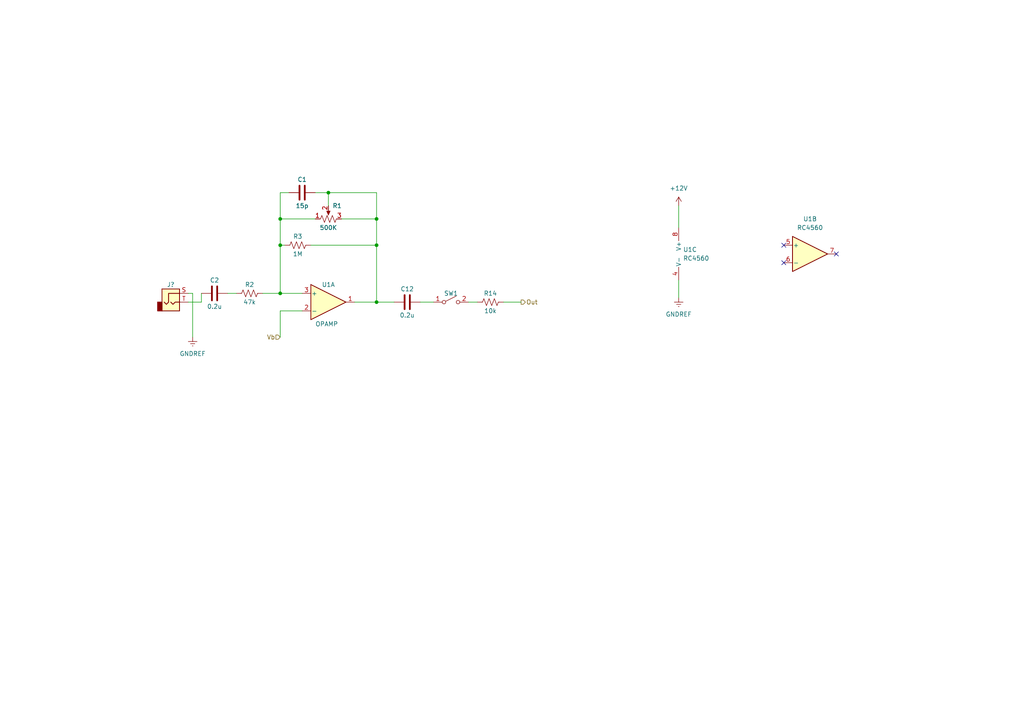
<source format=kicad_sch>
(kicad_sch (version 20211123) (generator eeschema)
  (paper "A4")
  (lib_symbols
    (symbol "Amplifier_Operational:RC4560" (pin_names (offset 0.127))
      (property "Reference" "U" (at 0 5.08 0))
      (property "Value" "RC4560" (at 0 -5.08 0))
      (symbol "RC4560_1_1"
        (polyline (pts (xy -5.08 5.08) (xy 5.08 0) (xy -5.08 -5.08) (xy -5.08 5.08)) (stroke (width 0.254)) (fill (type background)))
        (pin output line (at 7.62 0 180) (length 2.54) (name "~") (number "1"))
        (pin input line (at -7.62 -2.54 0) (length 2.54) (name "-") (number "2"))
        (pin input line (at -7.62 2.54 0) (length 2.54) (name "+") (number "3"))
      )
      (symbol "RC4560_2_1"
        (polyline (pts (xy -5.08 5.08) (xy 5.08 0) (xy -5.08 -5.08) (xy -5.08 5.08)) (stroke (width 0.254)) (fill (type background)))
        (pin input line (at -7.62 2.54 0) (length 2.54) (name "+") (number "5"))
        (pin input line (at -7.62 -2.54 0) (length 2.54) (name "-") (number "6"))
        (pin output line (at 7.62 0 180) (length 2.54) (name "~") (number "7"))
      )
      (symbol "RC4560_3_1"
        (pin power_in line (at -2.54 -7.62 90) (length 3.81) (name "V-") (number "4"))
        (pin power_in line (at -2.54 7.62 270) (length 3.81) (name "V+") (number "8"))
      )
    )
    (symbol "Connector:AudioJack2"
      (property "Reference" "J" (at 0 8.89 0))
      (property "Value" "AudioJack2" (at 0 6.35 0))
      (symbol "AudioJack2_0_1"
        (rectangle (start -3.81 0) (end -2.54 -2.54) (stroke (width 0.254)) (fill (type outline)))
        (rectangle (start -2.54 3.81) (end 2.54 -2.54) (stroke (width 0.254)) (fill (type background)))
        (polyline (pts (xy 0 0) (xy 0.635 -0.635) (xy 1.27 0) (xy 2.54 0)) (stroke (width 0.254)))
        (polyline (pts (xy 2.54 2.54) (xy -0.635 2.54) (xy -0.635 0) (xy -1.27 -0.635) (xy -1.905 0)) (stroke (width 0.254)))
      )
      (symbol "AudioJack2_1_1"
        (pin passive line (at 5.08 2.54 180) (length 2.54) (name "~") (number "S"))
        (pin passive line (at 5.08 0 180) (length 2.54) (name "~") (number "T"))
      )
    )
    (symbol "Device:C" (pin_numbers hide) (pin_names (offset 0.254))
      (property "Reference" "C" (at 0.635 2.54 0))
      (property "Value" "C" (at 0.635 -2.54 0))
      (symbol "C_0_1"
        (polyline (pts (xy -2.032 -0.762) (xy 2.032 -0.762)) (stroke (width 0.508)))
        (polyline (pts (xy -2.032 0.762) (xy 2.032 0.762)) (stroke (width 0.508)))
      )
      (symbol "C_1_1"
        (pin passive line (at 0 3.81 270) (length 2.794) (name "~") (number "1"))
        (pin passive line (at 0 -3.81 90) (length 2.794) (name "~") (number "2"))
      )
    )
    (symbol "Device:R_Potentiometer_US" (pin_names (offset 1.016) hide)
      (property "Reference" "RV" (at -4.445 0 90))
      (property "Value" "R_Potentiometer_US" (at -2.54 0 90))
      (symbol "R_Potentiometer_US_0_1"
        (polyline (pts (xy 0 -2.286) (xy 0 -2.54)))
        (polyline (pts (xy 0 2.54) (xy 0 2.286)))
        (polyline (pts (xy 2.54 0) (xy 1.524 0)))
        (polyline (pts (xy 1.143 0) (xy 2.286 0.508) (xy 2.286 -0.508) (xy 1.143 0)) (fill (type outline)))
        (polyline (pts (xy 0 -0.762) (xy 1.016 -1.143) (xy 0 -1.524) (xy -1.016 -1.905) (xy 0 -2.286)))
        (polyline (pts (xy 0 0.762) (xy 1.016 0.381) (xy 0 0) (xy -1.016 -0.381) (xy 0 -0.762)))
        (polyline (pts (xy 0 2.286) (xy 1.016 1.905) (xy 0 1.524) (xy -1.016 1.143) (xy 0 0.762)))
      )
      (symbol "R_Potentiometer_US_1_1"
        (pin passive line (at 0 3.81 270) (length 1.27) (name "1") (number "1"))
        (pin passive line (at 3.81 0 180) (length 1.27) (name "2") (number "2"))
        (pin passive line (at 0 -3.81 90) (length 1.27) (name "3") (number "3"))
      )
    )
    (symbol "Device:R_US" (pin_numbers hide) (pin_names (offset 0))
      (property "Reference" "R" (at 2.54 0 90))
      (property "Value" "R_US" (at -2.54 0 90))
      (symbol "R_US_0_1"
        (polyline (pts (xy 0 -2.286) (xy 0 -2.54)))
        (polyline (pts (xy 0 2.286) (xy 0 2.54)))
        (polyline (pts (xy 0 -0.762) (xy 1.016 -1.143) (xy 0 -1.524) (xy -1.016 -1.905) (xy 0 -2.286)))
        (polyline (pts (xy 0 0.762) (xy 1.016 0.381) (xy 0 0) (xy -1.016 -0.381) (xy 0 -0.762)))
        (polyline (pts (xy 0 2.286) (xy 1.016 1.905) (xy 0 1.524) (xy -1.016 1.143) (xy 0 0.762)))
      )
      (symbol "R_US_1_1"
        (pin passive line (at 0 3.81 270) (length 1.27) (name "~") (number "1"))
        (pin passive line (at 0 -3.81 90) (length 1.27) (name "~") (number "2"))
      )
    )
    (symbol "Switch:SW_SPST" (pin_names (offset 0) hide)
      (property "Reference" "SW" (at 0 3.175 0))
      (property "Value" "SW_SPST" (at 0 -2.54 0))
      (symbol "SW_SPST_0_0"
        (circle (center -2.032 0) (radius 0.508))
        (polyline (pts (xy -1.524 0.254) (xy 1.524 1.778)))
        (circle (center 2.032 0) (radius 0.508))
      )
      (symbol "SW_SPST_1_1"
        (pin passive line (at -5.08 0 0) (length 2.54) (name "A") (number "1"))
        (pin passive line (at 5.08 0 180) (length 2.54) (name "B") (number "2"))
      )
    )
    (symbol "power:+12V" (power) (pin_names (offset 0))
      (property "Value" "+12V" (at 0 3.556 0))
      (symbol "+12V_0_1"
        (polyline (pts (xy -0.762 1.27) (xy 0 2.54)))
        (polyline (pts (xy 0 0) (xy 0 2.54)))
        (polyline (pts (xy 0 2.54) (xy 0.762 1.27)))
      )
      (symbol "+12V_1_1"
        (pin power_in line (at 0 0 90) (length 0) hide (name "+12V") (number "1"))
      )
    )
    (symbol "power:GNDREF" (power) (pin_names (offset 0))
      (property "Value" "GNDREF" (at 0 -3.81 0))
      (symbol "GNDREF_0_1"
        (polyline (pts (xy -0.635 -1.905) (xy 0.635 -1.905)))
        (polyline (pts (xy -0.127 -2.54) (xy 0.127 -2.54)))
        (polyline (pts (xy 0 -1.27) (xy 0 0)))
        (polyline (pts (xy 1.27 -1.27) (xy -1.27 -1.27)))
      )
      (symbol "GNDREF_1_1"
        (pin power_in line (at 0 0 270) (length 0) hide (name "GNDREF") (number "1"))
      )
    )
  )
  (junction (at 81.28 63.5))
  (junction (at 81.28 71.12))
  (junction (at 95.25 55.88))
  (junction (at 109.22 71.12))
  (junction (at 109.22 63.5))
  (junction (at 109.22 87.63))
  (junction (at 81.28 85.09))
  (no_connect (at 227.33 71.12))
  (no_connect (at 242.57 73.66))
  (no_connect (at 227.33 76.2))
  (wire (pts (xy 146.05 87.63) (xy 151.13 87.63)))
  (wire (pts (xy 87.63 90.17) (xy 81.28 90.17)))
  (wire (pts (xy 55.88 85.09) (xy 55.88 97.79)))
  (wire (pts (xy 109.22 87.63) (xy 114.3 87.63)))
  (wire (pts (xy 81.28 63.5) (xy 81.28 55.88)))
  (wire (pts (xy 95.25 55.88) (xy 95.25 59.69)))
  (wire (pts (xy 76.2 85.09) (xy 81.28 85.09)))
  (wire (pts (xy 81.28 85.09) (xy 81.28 71.12)))
  (wire (pts (xy 135.89 87.63) (xy 138.43 87.63)))
  (wire (pts (xy 121.92 87.63) (xy 125.73 87.63)))
  (wire (pts (xy 81.28 90.17) (xy 81.28 97.79)))
  (wire (pts (xy 66.04 85.09) (xy 68.58 85.09)))
  (wire (pts (xy 81.28 55.88) (xy 83.82 55.88)))
  (wire (pts (xy 81.28 71.12) (xy 81.28 63.5)))
  (wire (pts (xy 109.22 71.12) (xy 109.22 63.5)))
  (wire (pts (xy 102.87 87.63) (xy 109.22 87.63)))
  (wire (pts (xy 87.63 85.09) (xy 81.28 85.09)))
  (wire (pts (xy 54.61 85.09) (xy 55.88 85.09)))
  (wire (pts (xy 91.44 55.88) (xy 95.25 55.88)))
  (wire (pts (xy 95.25 55.88) (xy 109.22 55.88)))
  (wire (pts (xy 196.85 81.28) (xy 196.85 86.36)))
  (wire (pts (xy 58.42 85.09) (xy 58.42 87.63)))
  (wire (pts (xy 109.22 63.5) (xy 109.22 55.88)))
  (wire (pts (xy 99.06 63.5) (xy 109.22 63.5)))
  (wire (pts (xy 82.55 71.12) (xy 81.28 71.12)))
  (wire (pts (xy 196.85 59.69) (xy 196.85 66.04)))
  (wire (pts (xy 58.42 87.63) (xy 54.61 87.63)))
  (wire (pts (xy 91.44 63.5) (xy 81.28 63.5)))
  (wire (pts (xy 90.17 71.12) (xy 109.22 71.12)))
  (wire (pts (xy 109.22 87.63) (xy 109.22 71.12)))
  (hierarchical_label "Out" (shape output) (at 151.13 87.63 0))
  (hierarchical_label "Vb" (shape input) (at 81.28 97.79 180))
  (symbol (lib_id "power:+12V") (at 196.85 59.69 0) (unit 1)
    (property "Reference" "#PWR?" (effects hide))
    (property "Value" "+12V" (at 196.85 54.61 0))
  )
  (symbol (lib_id "power:GNDREF") (at 196.85 86.36 0) (unit 1)
    (property "Reference" "#PWR?" (effects hide))
    (property "Value" "GNDREF" (at 196.85 91.1655 0))
  )
  (symbol (lib_id "Device:R_US") (at 72.39 85.09 90) (unit 1)
    (property "Reference" "R2" (at 72.39 82.55 90))
    (property "Value" "47k" (at 72.39 87.63 90))
    (property "Footprint" "Resistor_SMD:R_0603_1608Metric_Pad0.98x0.95mm_HandSolder" (effects hide))
  )
  (symbol (lib_id "Device:C") (at 118.11 87.63 90) (unit 1)
    (property "Reference" "C12" (at 118.11 83.82 90))
    (property "Value" "0.2u" (at 118.11 91.44 90))
    (property "Footprint" "Capacitor_SMD:C_0603_1608Metric_Pad1.08x0.95mm_HandSolder" (effects hide))
  )
  (symbol (lib_id "Connector:AudioJack2") (at 49.53 87.63 0) (unit 1)
    (property "Reference" "J?" (at 49.53 82.55 0))
    (property "Value" "AudioJack2" (effects hide))
    (property "Footprint" "Connector_Audio:Jack_3.5mm_CUI_SJ1-3523N_Horizontal" (effects hide))
  )
  (symbol (lib_id "power:GNDREF") (at 55.88 97.79 0) (unit 1)
    (property "Reference" "#PWR?" (effects hide))
    (property "Value" "GNDREF" (at 55.88 102.5955 0))
  )
  (symbol (lib_id "Amplifier_Operational:RC4560") (at 95.25 87.63 0) (unit 1)
    (property "Reference" "U1" (at 95.25 82.55 0))
    (property "Value" "OPAMP" (at 91.44 93.98 0) (effects (justify left)))
    (property "Footprint" "Package_SO:SOIC-8_3.9x4.9mm_P1.27mm" (effects hide))
    (property "Datasheet" "http://www.ti.com/lit/ds/symlink/rc4560.pdf" (effects hide))
  )
  (symbol (lib_id "Device:R_Potentiometer_US") (at 95.25 63.5 90) (unit 1)
    (property "Reference" "R1" (at 97.79 59.69 90))
    (property "Value" "500K" (at 95.25 66.04 90))
    (property "Footprint" "Connector_Wire:SolderWire-0.1sqmm_1x03_P3.6mm_D0.4mm_OD1mm" (effects hide))
  )
  (symbol (lib_id "Device:R_US") (at 86.36 71.12 90) (unit 1)
    (property "Reference" "R3" (at 86.36 68.58 90))
    (property "Value" "1M" (at 86.36 73.66 90))
    (property "Footprint" "Resistor_SMD:R_0603_1608Metric_Pad0.98x0.95mm_HandSolder" (effects hide))
  )
  (symbol (lib_id "Device:R_US") (at 142.24 87.63 90) (unit 1)
    (property "Reference" "R14" (at 142.24 85.09 90))
    (property "Value" "10k" (at 142.24 90.17 90))
    (property "Footprint" "Resistor_SMD:R_0603_1608Metric_Pad0.98x0.95mm_HandSolder" (effects hide))
  )
  (symbol (lib_id "Device:C") (at 62.23 85.09 90) (unit 1)
    (property "Reference" "C2" (at 62.23 81.28 90))
    (property "Value" "0.2u" (at 62.23 88.9 90))
    (property "Footprint" "Capacitor_SMD:C_0603_1608Metric_Pad1.08x0.95mm_HandSolder" (effects hide))
  )
  (symbol (lib_id "Switch:SW_SPST") (at 130.81 87.63 0) (unit 1)
    (property "Reference" "SW1" (at 130.81 85.09 0))
    (property "Value" "SW_SPST" (effects hide))
    (property "Footprint" "Connector_Wire:SolderWire-0.1sqmm_1x02_P3.6mm_D0.4mm_OD1mm" (effects hide))
  )
  (symbol (lib_id "Amplifier_Operational:RC4560") (at 199.39 73.66 0) (unit 3)
    (property "Reference" "U1" (at 198.12 72.3899 0) (effects (justify left)))
    (property "Value" "RC4560" (at 198.12 74.9299 0) (effects (justify left)))
    (property "Footprint" "Package_SO:SOIC-8_3.9x4.9mm_P1.27mm" (effects hide))
    (property "Datasheet" "http://www.ti.com/lit/ds/symlink/rc4560.pdf" (effects hide))
  )
  (symbol (lib_id "Device:C") (at 87.63 55.88 90) (unit 1)
    (property "Reference" "C1" (at 87.63 52.07 90))
    (property "Value" "15p" (at 87.63 59.69 90))
    (property "Footprint" "Capacitor_SMD:C_0603_1608Metric_Pad1.08x0.95mm_HandSolder" (effects hide))
  )
  (symbol (lib_id "Amplifier_Operational:RC4560") (at 234.95 73.66 0) (unit 2)
    (property "Reference" "U1" (at 234.95 63.5 0))
    (property "Value" "RC4560" (at 234.95 66.04 0))
    (property "Footprint" "Package_SO:SOIC-8_3.9x4.9mm_P1.27mm" (effects hide))
    (property "Datasheet" "http://www.ti.com/lit/ds/symlink/rc4560.pdf" (effects hide))
  )
)
</source>
